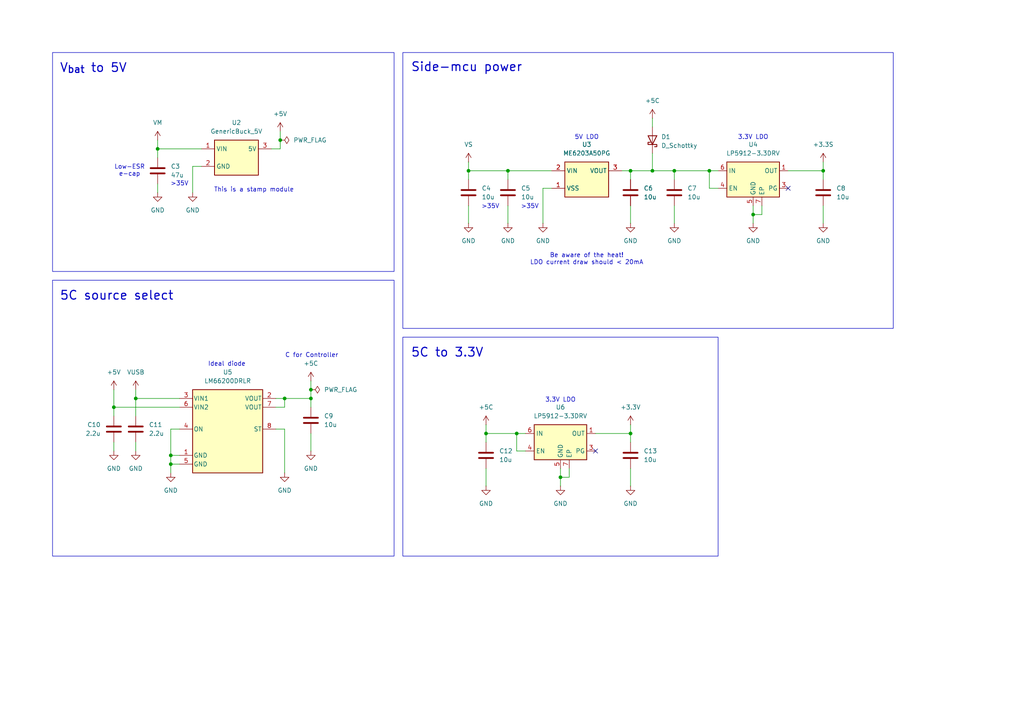
<source format=kicad_sch>
(kicad_sch (version 20250114) (generator "eeschema") (generator_version "9.0")
  (paper "A4")
  (lib_symbols
    (symbol "Device:C" (pin_numbers (hide yes)) (pin_names (offset 0.254))
      (property "Reference" "C" (at 0.635 2.54 0))
      (property "Value" "C" (at 0.635 -2.54 0))
      (symbol "C_0_1"
        (polyline (pts (xy -2.032 0.762) (xy 2.032 0.762)) (stroke (width 0.508)))
        (polyline (pts (xy -2.032 -0.762) (xy 2.032 -0.762)) (stroke (width 0.508)))
      )
      (symbol "C_1_1"
        (pin passive line (at 0 3.81 270) (length 2.794) (name "~") (number "1"))
        (pin passive line (at 0 -3.81 90) (length 2.794) (name "~") (number "2"))
      )
    )
    (symbol "Device:D_Schottky" (pin_numbers (hide yes)) (pin_names (offset 1.016) (hide yes))
      (property "Reference" "D" (at 0 2.54 0))
      (property "Value" "D_Schottky" (at 0 -2.54 0))
      (symbol "D_Schottky_0_1"
        (polyline (pts (xy -1.905 0.635) (xy -1.905 1.27) (xy -1.27 1.27) (xy -1.27 -1.27) (xy -0.635 -1.27) (xy -0.635 -0.635)) (stroke (width 0.254)))
        (polyline (pts (xy 1.27 1.27) (xy 1.27 -1.27) (xy -1.27 0) (xy 1.27 1.27)) (stroke (width 0.254)))
        (polyline (pts (xy 1.27 0) (xy -1.27 0)))
      )
      (symbol "D_Schottky_1_1"
        (pin passive line (at -3.81 0 0) (length 2.54) (name "K") (number "1"))
        (pin passive line (at 3.81 0 180) (length 2.54) (name "A") (number "2"))
      )
    )
    (symbol "GenericBuck:GenericBuck_5V"
      (property "Reference" "U" (at 0 9.906 0))
      (property "Value" "GenericBuck_5V" (at 0 7.366 0))
      (symbol "GenericBuck_5V_1_1"
        (rectangle (start -6.35 5.08) (end 6.35 -5.08) (stroke (width 0.254)) (fill (type background)))
        (pin passive line (at -10.16 2.54 0) (length 3.81) (name "VIN") (number "1"))
        (pin passive line (at -10.16 -2.54 0) (length 3.81) (name "GND") (number "2"))
        (pin passive line (at 10.16 2.54 180) (length 3.81) (name "5V") (number "3"))
      )
    )
    (symbol "LM66200DRLR:LM66200DRLR" (pin_names (offset 0.254))
      (property "Reference" "U" (at 20.32 10.16 0))
      (property "Value" "LM66200DRLR" (at 20.32 7.62 0))
      (symbol "LM66200DRLR_1_1"
        (rectangle (start 10.16 5.08) (end 30.48 -19.05) (stroke (width 0.254)) (fill (type background)))
        (pin input line (at 6.35 2.54 0) (length 3.81) (name "VIN1") (number "3"))
        (pin input line (at 6.35 0 0) (length 3.81) (name "VIN2") (number "6"))
        (pin input line (at 6.35 -6.35 0) (length 3.81) (name "ON") (number "4"))
        (pin passive line (at 6.35 -13.97 0) (length 3.81) (name "GND") (number "1"))
        (pin passive line (at 6.35 -16.51 0) (length 3.81) (name "GND") (number "5"))
        (pin passive line (at 34.29 2.54 180) (length 3.81) (name "VOUT") (number "2"))
        (pin passive line (at 34.29 0 180) (length 3.81) (name "VOUT") (number "7"))
        (pin passive line (at 34.29 -6.35 180) (length 3.81) (name "ST") (number "8"))
      )
    )
    (symbol "ME6203:ME6203A50PG"
      (property "Reference" "U" (at 0 6.858 0))
      (property "Value" "ME6203A50PG" (at 0 9.144 0))
      (symbol "ME6203A50PG_1_1"
        (rectangle (start -6.35 5.08) (end 6.35 -5.08) (stroke (width 0.254)) (fill (type background)))
        (pin power_in line (at -10.16 2.54 0) (length 3.81) (name "VIN") (number "2"))
        (pin power_in line (at -10.16 -2.54 0) (length 3.81) (name "VSS") (number "1"))
        (pin power_out line (at 10.16 2.54 180) (length 3.81) (name "VOUT") (number "3"))
      )
    )
    (symbol "Regulator_Linear:LP5912-3.3DRV"
      (property "Reference" "U" (at -3.81 6.35 0))
      (property "Value" "LP5912-3.3DRV" (at 6.35 6.35 0))
      (symbol "LP5912-3.3DRV_0_1"
        (rectangle (start -7.62 -5.08) (end 7.62 5.08) (stroke (width 0.254)) (fill (type background)))
        (pin power_in line (at -10.16 2.54 0) (length 2.54) (name "IN") (number "6"))
        (pin input line (at -10.16 -2.54 0) (length 2.54) (name "EN") (number "4"))
        (pin power_in line (at 0 -7.62 90) (length 2.54) (name "GND") (number "5"))
        (pin no_connect line (at 7.62 0 180) (length 2.54) (hide yes) (name "NC") (number "2"))
        (pin power_out line (at 10.16 2.54 180) (length 2.54) (name "OUT") (number "1"))
      )
      (symbol "LP5912-3.3DRV_1_1"
        (pin passive line (at 2.54 -7.62 90) (length 2.54) (name "EP") (number "7"))
        (pin open_collector line (at 10.16 -2.54 180) (length 2.54) (name "PG") (number "3"))
      )
    )
    (symbol "power:+3.3V" (power) (pin_numbers (hide yes)) (pin_names (offset 0) (hide yes))
      (property "Value" "+3.3V" (at 0 3.556 0))
      (symbol "+3.3V_0_1"
        (polyline (pts (xy -0.762 1.27) (xy 0 2.54)))
        (polyline (pts (xy 0 2.54) (xy 0.762 1.27)))
        (polyline (pts (xy 0 0) (xy 0 2.54)))
      )
      (symbol "+3.3V_1_1"
        (pin power_in line (at 0 0 90) (length 0) (name "~") (number "1"))
      )
    )
    (symbol "power:+5V" (power) (pin_numbers (hide yes)) (pin_names (offset 0) (hide yes))
      (property "Value" "+5V" (at 0 3.556 0))
      (symbol "+5V_0_1"
        (polyline (pts (xy -0.762 1.27) (xy 0 2.54)))
        (polyline (pts (xy 0 2.54) (xy 0.762 1.27)))
        (polyline (pts (xy 0 0) (xy 0 2.54)))
      )
      (symbol "+5V_1_1"
        (pin power_in line (at 0 0 90) (length 0) (name "~") (number "1"))
      )
    )
    (symbol "power:GND" (power) (pin_numbers (hide yes)) (pin_names (offset 0) (hide yes))
      (property "Value" "GND" (at 0 -3.81 0))
      (symbol "GND_0_1"
        (polyline (pts (xy 0 0) (xy 0 -1.27) (xy 1.27 -1.27) (xy 0 -2.54) (xy -1.27 -1.27) (xy 0 -1.27)))
      )
      (symbol "GND_1_1"
        (pin power_in line (at 0 0 270) (length 0) (name "~") (number "1"))
      )
    )
    (symbol "power:PWR_FLAG" (power) (pin_numbers (hide yes)) (pin_names (offset 0) (hide yes))
      (property "Value" "PWR_FLAG" (at 0 3.81 0))
      (symbol "PWR_FLAG_0_0"
        (pin power_out line (at 0 0 90) (length 0) (name "~") (number "1"))
      )
      (symbol "PWR_FLAG_0_1"
        (polyline (pts (xy 0 0) (xy 0 1.27) (xy -1.016 1.905) (xy 0 2.54) (xy 1.016 1.905) (xy 0 1.27)))
      )
    )
    (symbol "power:VBUS" (power) (pin_numbers (hide yes)) (pin_names (offset 0) (hide yes))
      (property "Value" "VBUS" (at 0 3.556 0))
      (symbol "VBUS_0_1"
        (polyline (pts (xy -0.762 1.27) (xy 0 2.54)))
        (polyline (pts (xy 0 2.54) (xy 0.762 1.27)))
        (polyline (pts (xy 0 0) (xy 0 2.54)))
      )
      (symbol "VBUS_1_1"
        (pin power_in line (at 0 0 90) (length 0) (name "~") (number "1"))
      )
    )
  )
  (rectangle (start 15.24 15.24) (end 114.3 78.74))
  (rectangle (start 116.84 97.79) (end 208.28 161.29))
  (rectangle (start 15.24 81.28) (end 114.3 161.29))
  (rectangle (start 116.84 15.24) (end 259.08 95.25))
  (text ">35V" (at 153.67 59.944 0) (effects (font (size 1.27 1.27))))
  (text "Low-ESR\ne-cap" (at 37.592 49.53 0) (effects (font (size 1.27 1.27))))
  (text "Side-mcu power" (at 119.126 19.558 0) (effects (font (size 2.54 2.54) (thickness 0.3175)) (justify left)))
  (text "Be aware of the heat!\nLDO current draw should < 20mA" (at 170.18 75.184 0) (effects (font (size 1.27 1.27))))
  (text "3.3V LDO" (at 162.56 116.078 0) (effects (font (size 1.27 1.27))))
  (text ">35V" (at 52.07 53.34 0) (effects (font (size 1.27 1.27))))
  (text "3.3V LDO" (at 218.44 39.878 0) (effects (font (size 1.27 1.27))))
  (text "This is a stamp module" (at 73.66 55.118 0) (effects (font (size 1.27 1.27))))
  (text ">35V" (at 142.24 59.944 0) (effects (font (size 1.27 1.27))))
  (text "5C source select" (at 17.272 85.852 0) (effects (font (size 2.54 2.54) (thickness 0.3175)) (justify left)))
  (text "C for Controller" (at 90.424 103.124 0) (effects (font (size 1.27 1.27))))
  (text "5V LDO" (at 170.18 39.878 0) (effects (font (size 1.27 1.27))))
  (text "Ideal diode" (at 65.786 105.664 0) (effects (font (size 1.27 1.27))))
  (text "V_{bat} to 5V" (at 17.272 19.812 0) (effects (font (size 2.54 2.54) (thickness 0.3175)) (justify left)))
  (text "5C to 3.3V" (at 119.126 102.362 0) (effects (font (size 2.54 2.54) (thickness 0.3175)) (justify left)))
  (junction (at 45.72 43.18))
  (junction (at 149.86 125.73))
  (junction (at 135.89 49.53))
  (junction (at 90.17 115.57))
  (junction (at 162.56 138.43))
  (junction (at 140.97 125.73))
  (junction (at 49.53 132.08))
  (junction (at 238.76 49.53))
  (junction (at 81.28 40.64))
  (junction (at 39.37 115.57))
  (junction (at 195.58 49.53))
  (junction (at 33.02 118.11))
  (junction (at 189.23 49.53))
  (junction (at 90.17 113.03))
  (junction (at 205.74 49.53))
  (junction (at 49.53 134.62))
  (junction (at 82.55 115.57))
  (junction (at 182.88 125.73))
  (junction (at 218.44 62.23))
  (junction (at 147.32 49.53))
  (junction (at 182.88 49.53))
  (no_connect (at 172.72 130.81))
  (no_connect (at 228.6 54.61))
  (wire (pts (xy 90.17 115.57) (xy 90.17 118.11)))
  (wire (pts (xy 218.44 62.23) (xy 218.44 64.77)))
  (wire (pts (xy 147.32 49.53) (xy 160.02 49.53)))
  (wire (pts (xy 135.89 59.69) (xy 135.89 64.77)))
  (wire (pts (xy 189.23 44.45) (xy 189.23 49.53)))
  (wire (pts (xy 39.37 115.57) (xy 52.07 115.57)))
  (wire (pts (xy 182.88 59.69) (xy 182.88 64.77)))
  (wire (pts (xy 182.88 49.53) (xy 189.23 49.53)))
  (wire (pts (xy 55.88 48.26) (xy 55.88 55.88)))
  (wire (pts (xy 220.98 59.69) (xy 220.98 62.23)))
  (wire (pts (xy 182.88 135.89) (xy 182.88 140.97)))
  (wire (pts (xy 218.44 59.69) (xy 218.44 62.23)))
  (wire (pts (xy 140.97 123.19) (xy 140.97 125.73)))
  (wire (pts (xy 81.28 40.64) (xy 81.28 43.18)))
  (wire (pts (xy 205.74 54.61) (xy 205.74 49.53)))
  (wire (pts (xy 33.02 113.03) (xy 33.02 118.11)))
  (wire (pts (xy 189.23 34.29) (xy 189.23 36.83)))
  (wire (pts (xy 157.48 54.61) (xy 157.48 64.77)))
  (wire (pts (xy 81.28 38.1) (xy 81.28 40.64)))
  (wire (pts (xy 189.23 49.53) (xy 195.58 49.53)))
  (wire (pts (xy 182.88 125.73) (xy 172.72 125.73)))
  (wire (pts (xy 182.88 123.19) (xy 182.88 125.73)))
  (wire (pts (xy 149.86 130.81) (xy 149.86 125.73)))
  (wire (pts (xy 195.58 49.53) (xy 205.74 49.53)))
  (wire (pts (xy 140.97 125.73) (xy 149.86 125.73)))
  (wire (pts (xy 80.01 118.11) (xy 82.55 118.11)))
  (wire (pts (xy 140.97 135.89) (xy 140.97 140.97)))
  (wire (pts (xy 238.76 49.53) (xy 238.76 52.07)))
  (wire (pts (xy 182.88 125.73) (xy 182.88 128.27)))
  (wire (pts (xy 238.76 59.69) (xy 238.76 64.77)))
  (wire (pts (xy 147.32 52.07) (xy 147.32 49.53)))
  (wire (pts (xy 238.76 46.99) (xy 238.76 49.53)))
  (wire (pts (xy 39.37 115.57) (xy 39.37 120.65)))
  (wire (pts (xy 82.55 115.57) (xy 90.17 115.57)))
  (wire (pts (xy 45.72 43.18) (xy 58.42 43.18)))
  (wire (pts (xy 162.56 138.43) (xy 162.56 140.97)))
  (wire (pts (xy 135.89 46.99) (xy 135.89 49.53)))
  (wire (pts (xy 45.72 53.34) (xy 45.72 55.88)))
  (wire (pts (xy 205.74 49.53) (xy 208.28 49.53)))
  (wire (pts (xy 195.58 59.69) (xy 195.58 64.77)))
  (wire (pts (xy 208.28 54.61) (xy 205.74 54.61)))
  (wire (pts (xy 55.88 48.26) (xy 58.42 48.26)))
  (wire (pts (xy 81.28 43.18) (xy 78.74 43.18)))
  (wire (pts (xy 149.86 125.73) (xy 152.4 125.73)))
  (wire (pts (xy 49.53 124.46) (xy 52.07 124.46)))
  (wire (pts (xy 165.1 135.89) (xy 165.1 138.43)))
  (wire (pts (xy 80.01 115.57) (xy 82.55 115.57)))
  (wire (pts (xy 39.37 113.03) (xy 39.37 115.57)))
  (wire (pts (xy 33.02 118.11) (xy 33.02 120.65)))
  (wire (pts (xy 82.55 124.46) (xy 82.55 137.16)))
  (wire (pts (xy 140.97 125.73) (xy 140.97 128.27)))
  (wire (pts (xy 160.02 54.61) (xy 157.48 54.61)))
  (wire (pts (xy 135.89 49.53) (xy 135.89 52.07)))
  (wire (pts (xy 39.37 128.27) (xy 39.37 130.81)))
  (wire (pts (xy 238.76 49.53) (xy 228.6 49.53)))
  (wire (pts (xy 182.88 49.53) (xy 182.88 52.07)))
  (wire (pts (xy 90.17 125.73) (xy 90.17 130.81)))
  (wire (pts (xy 147.32 59.69) (xy 147.32 64.77)))
  (wire (pts (xy 49.53 134.62) (xy 49.53 137.16)))
  (wire (pts (xy 165.1 138.43) (xy 162.56 138.43)))
  (wire (pts (xy 90.17 113.03) (xy 90.17 115.57)))
  (wire (pts (xy 135.89 49.53) (xy 147.32 49.53)))
  (wire (pts (xy 33.02 128.27) (xy 33.02 130.81)))
  (wire (pts (xy 33.02 118.11) (xy 52.07 118.11)))
  (wire (pts (xy 52.07 132.08) (xy 49.53 132.08)))
  (wire (pts (xy 162.56 135.89) (xy 162.56 138.43)))
  (wire (pts (xy 82.55 115.57) (xy 82.55 118.11)))
  (wire (pts (xy 80.01 124.46) (xy 82.55 124.46)))
  (wire (pts (xy 195.58 49.53) (xy 195.58 52.07)))
  (wire (pts (xy 49.53 134.62) (xy 52.07 134.62)))
  (wire (pts (xy 45.72 43.18) (xy 45.72 45.72)))
  (wire (pts (xy 180.34 49.53) (xy 182.88 49.53)))
  (wire (pts (xy 45.72 40.64) (xy 45.72 43.18)))
  (wire (pts (xy 49.53 132.08) (xy 49.53 124.46)))
  (wire (pts (xy 90.17 110.49) (xy 90.17 113.03)))
  (wire (pts (xy 220.98 62.23) (xy 218.44 62.23)))
  (wire (pts (xy 152.4 130.81) (xy 149.86 130.81)))
  (wire (pts (xy 49.53 132.08) (xy 49.53 134.62)))
  (symbol (lib_id "Device:C") (at 90.17 121.92 0) (unit 1)
    (property "Reference" "C9" (at 93.98 120.6499 0) (effects (justify left)))
    (property "Value" "10u" (at 93.98 123.1899 0) (effects (justify left)))
    (property "Footprint" "Capacitor_SMD:C_0603_1608Metric" (effects (hide yes)))
    (property "Description" "Unpolarized capacitor" (effects (hide yes)))
  )
  (symbol (lib_id "power:+5V") (at 81.28 38.1 0) (unit 1)
    (property "Reference" "#PWR010" (effects (hide yes)))
    (property "Value" "+5V" (at 81.28 33.02 0))
    (property "Description" "Power symbol creates a global label with name \"+5V\"" (effects (hide yes)))
  )
  (symbol (lib_id "power:+5V") (at 45.72 40.64 0) (mirror y) (unit 1)
    (property "Reference" "#PWR011" (effects (hide yes)))
    (property "Value" "VM" (at 45.72 35.56 0))
    (property "Description" "Power symbol creates a global label with name \"+5V\"" (effects (hide yes)))
  )
  (symbol (lib_id "power:+5V") (at 33.02 113.03 0) (unit 1)
    (property "Reference" "#PWR024" (effects (hide yes)))
    (property "Value" "+5V" (at 33.02 107.95 0))
    (property "Description" "Power symbol creates a global label with name \"+5V\"" (effects (hide yes)))
  )
  (symbol (lib_id "power:GND") (at 157.48 64.77 0) (unit 1)
    (property "Reference" "#PWR018" (effects (hide yes)))
    (property "Value" "GND" (at 157.48 69.85 0))
    (property "Description" "Power symbol creates a global label with name \"GND\" , ground" (effects (hide yes)))
  )
  (symbol (lib_id "power:GND") (at 182.88 64.77 0) (unit 1)
    (property "Reference" "#PWR019" (effects (hide yes)))
    (property "Value" "GND" (at 182.88 69.85 0))
    (property "Description" "Power symbol creates a global label with name \"GND\" , ground" (effects (hide yes)))
  )
  (symbol (lib_id "power:GND") (at 195.58 64.77 0) (unit 1)
    (property "Reference" "#PWR020" (effects (hide yes)))
    (property "Value" "GND" (at 195.58 69.85 0))
    (property "Description" "Power symbol creates a global label with name \"GND\" , ground" (effects (hide yes)))
  )
  (symbol (lib_id "power:GND") (at 82.55 137.16 0) (unit 1)
    (property "Reference" "#PWR032" (effects (hide yes)))
    (property "Value" "GND" (at 82.55 142.24 0))
    (property "Description" "Power symbol creates a global label with name \"GND\" , ground" (effects (hide yes)))
  )
  (symbol (lib_id "power:+3.3V") (at 238.76 46.99 0) (unit 1)
    (property "Reference" "#PWR013" (effects (hide yes)))
    (property "Value" "+3.3S" (at 238.76 41.91 0))
    (property "Description" "Power symbol creates a global label with name \"+3.3V\"" (effects (hide yes)))
  )
  (symbol (lib_id "power:GND") (at 39.37 130.81 0) (unit 1)
    (property "Reference" "#PWR029" (effects (hide yes)))
    (property "Value" "GND" (at 39.37 135.89 0))
    (property "Description" "Power symbol creates a global label with name \"GND\" , ground" (effects (hide yes)))
  )
  (symbol (lib_id "power:+5V") (at 135.89 46.99 0) (mirror y) (unit 1)
    (property "Reference" "#PWR012" (effects (hide yes)))
    (property "Value" "VS" (at 135.89 41.91 0))
    (property "Description" "Power symbol creates a global label with name \"+5V\"" (effects (hide yes)))
  )
  (symbol (lib_id "power:GND") (at 218.44 64.77 0) (unit 1)
    (property "Reference" "#PWR021" (effects (hide yes)))
    (property "Value" "GND" (at 218.44 69.85 0))
    (property "Description" "Power symbol creates a global label with name \"GND\" , ground" (effects (hide yes)))
  )
  (symbol (lib_id "Device:C") (at 39.37 124.46 0) (unit 1)
    (property "Reference" "C11" (at 43.18 123.1899 0) (effects (justify left)))
    (property "Value" "2.2u" (at 43.18 125.7299 0) (effects (justify left)))
    (property "Footprint" "Capacitor_SMD:C_0603_1608Metric" (effects (hide yes)))
    (property "Description" "Unpolarized capacitor" (effects (hide yes)))
  )
  (symbol (lib_id "Device:C") (at 45.72 49.53 0) (unit 1)
    (property "Reference" "C3" (at 49.53 48.2599 0) (effects (justify left)))
    (property "Value" "47u" (at 49.53 50.7999 0) (effects (justify left)))
    (property "Footprint" "Capacitor_SMD:CP_Elec_6.3x5.8" (effects (hide yes)))
    (property "Description" "Unpolarized capacitor" (effects (hide yes)))
  )
  (symbol (lib_id "power:GND") (at 162.56 140.97 0) (unit 1)
    (property "Reference" "#PWR034" (effects (hide yes)))
    (property "Value" "GND" (at 162.56 146.05 0))
    (property "Description" "Power symbol creates a global label with name \"GND\" , ground" (effects (hide yes)))
  )
  (symbol (lib_id "power:VBUS") (at 189.23 34.29 0) (unit 1)
    (property "Reference" "#PWR09" (effects (hide yes)))
    (property "Value" "+5C" (at 189.23 29.21 0))
    (property "Description" "Power symbol creates a global label with name \"VBUS\"" (effects (hide yes)))
  )
  (symbol (lib_id "power:VBUS") (at 39.37 113.03 0) (unit 1)
    (property "Reference" "#PWR025" (effects (hide yes)))
    (property "Value" "VUSB" (at 39.37 107.95 0))
    (property "Description" "Power symbol creates a global label with name \"VBUS\"" (effects (hide yes)))
  )
  (symbol (lib_id "power:GND") (at 182.88 140.97 0) (unit 1)
    (property "Reference" "#PWR035" (effects (hide yes)))
    (property "Value" "GND" (at 182.88 146.05 0))
    (property "Description" "Power symbol creates a global label with name \"GND\" , ground" (effects (hide yes)))
  )
  (symbol (lib_id "Device:C") (at 147.32 55.88 0) (unit 1)
    (property "Reference" "C5" (at 151.13 54.6099 0) (effects (justify left)))
    (property "Value" "10u" (at 151.13 57.1499 0) (effects (justify left)))
    (property "Footprint" "Capacitor_SMD:C_0603_1608Metric" (effects (hide yes)))
    (property "Description" "Unpolarized capacitor" (effects (hide yes)))
  )
  (symbol (lib_id "LM66200DRLR:LM66200DRLR") (at 45.72 118.11 0) (unit 1)
    (property "Reference" "U5" (at 66.04 107.95 0))
    (property "Value" "LM66200DRLR" (at 66.04 110.49 0))
    (property "Footprint" "Package_TO_SOT_SMD:SOT-583-8" (effects (hide yes)))
    (property "Datasheet" "LM66200DRLR" (effects (hide yes)))
  )
  (symbol (lib_id "Device:C") (at 182.88 55.88 0) (unit 1)
    (property "Reference" "C6" (at 186.69 54.6099 0) (effects (justify left)))
    (property "Value" "10u" (at 186.69 57.1499 0) (effects (justify left)))
    (property "Footprint" "Capacitor_SMD:C_0603_1608Metric" (effects (hide yes)))
    (property "Description" "Unpolarized capacitor" (effects (hide yes)))
  )
  (symbol (lib_id "Device:C") (at 33.02 124.46 0) (mirror y) (unit 1)
    (property "Reference" "C10" (at 29.21 123.1899 0) (effects (justify left)))
    (property "Value" "2.2u" (at 29.21 125.7299 0) (effects (justify left)))
    (property "Footprint" "Capacitor_SMD:C_0603_1608Metric" (effects (hide yes)))
    (property "Description" "Unpolarized capacitor" (effects (hide yes)))
  )
  (symbol (lib_id "Device:C") (at 238.76 55.88 0) (unit 1)
    (property "Reference" "C8" (at 242.57 54.6099 0) (effects (justify left)))
    (property "Value" "10u" (at 242.57 57.1499 0) (effects (justify left)))
    (property "Footprint" "Capacitor_SMD:C_0603_1608Metric" (effects (hide yes)))
    (property "Description" "Unpolarized capacitor" (effects (hide yes)))
  )
  (symbol (lib_id "Device:C") (at 195.58 55.88 0) (unit 1)
    (property "Reference" "C7" (at 199.39 54.6099 0) (effects (justify left)))
    (property "Value" "10u" (at 199.39 57.1499 0) (effects (justify left)))
    (property "Footprint" "Capacitor_SMD:C_0603_1608Metric" (effects (hide yes)))
    (property "Description" "Unpolarized capacitor" (effects (hide yes)))
  )
  (symbol (lib_id "power:GND") (at 45.72 55.88 0) (unit 1)
    (property "Reference" "#PWR014" (effects (hide yes)))
    (property "Value" "GND" (at 45.72 60.96 0))
    (property "Description" "Power symbol creates a global label with name \"GND\" , ground" (effects (hide yes)))
  )
  (symbol (lib_id "power:VBUS") (at 140.97 123.19 0) (unit 1)
    (property "Reference" "#PWR026" (effects (hide yes)))
    (property "Value" "+5C" (at 140.97 118.11 0))
    (property "Description" "Power symbol creates a global label with name \"VBUS\"" (effects (hide yes)))
  )
  (symbol (lib_id "Regulator_Linear:LP5912-3.3DRV") (at 218.44 52.07 0) (unit 1)
    (property "Reference" "U4" (at 218.44 41.91 0))
    (property "Value" "LP5912-3.3DRV" (at 218.44 44.45 0))
    (property "Footprint" "Package_SON:WSON-6-1EP_2x2mm_P0.65mm_EP1x1.6mm_ThermalVias" (effects (hide yes)))
    (property "Datasheet" "http://www.ti.com/lit/ds/symlink/lp5912.pdf" (effects (hide yes)))
    (property "Description" "500-mA Ultra-Low-Noise Low-IQ LDO, 3.3V, WSON-6" (effects (hide yes)))
  )
  (symbol (lib_id "power:GND") (at 147.32 64.77 0) (unit 1)
    (property "Reference" "#PWR017" (effects (hide yes)))
    (property "Value" "GND" (at 147.32 69.85 0))
    (property "Description" "Power symbol creates a global label with name \"GND\" , ground" (effects (hide yes)))
  )
  (symbol (lib_id "power:GND") (at 33.02 130.81 0) (unit 1)
    (property "Reference" "#PWR028" (effects (hide yes)))
    (property "Value" "GND" (at 33.02 135.89 0))
    (property "Description" "Power symbol creates a global label with name \"GND\" , ground" (effects (hide yes)))
  )
  (symbol (lib_id "Device:D_Schottky") (at 189.23 40.64 270) (mirror x) (unit 1)
    (property "Reference" "D1" (at 191.77 39.6874 90) (effects (justify left)))
    (property "Value" "D_Schottky" (at 191.77 42.2274 90) (effects (justify left)))
    (property "Footprint" "Diode_SMD:D_SOD-523" (effects (hide yes)))
    (property "Description" "Schottky diode" (effects (hide yes)))
  )
  (symbol (lib_id "ME6203:ME6203A50PG") (at 170.18 52.07 0) (unit 1)
    (property "Reference" "U3" (at 170.18 41.91 0))
    (property "Value" "ME6203A50PG" (at 170.18 44.45 0))
    (property "Footprint" "Package_TO_SOT_SMD:SOT-89-3" (effects (hide yes)))
    (property "Description" "100mA low dropout linear regulator, 30V max input voltage, 5V fixed positive output, PSRR 40dB at 1kHz, SOT-89" (effects (hide yes)))
  )
  (symbol (lib_id "power:+3.3V") (at 182.88 123.19 0) (unit 1)
    (property "Reference" "#PWR027" (effects (hide yes)))
    (property "Value" "+3.3V" (at 182.88 118.11 0))
    (property "Description" "Power symbol creates a global label with name \"+3.3V\"" (effects (hide yes)))
  )
  (symbol (lib_id "Device:C") (at 182.88 132.08 0) (unit 1)
    (property "Reference" "C13" (at 186.69 130.8099 0) (effects (justify left)))
    (property "Value" "10u" (at 186.69 133.3499 0) (effects (justify left)))
    (property "Footprint" "Capacitor_SMD:C_0603_1608Metric" (effects (hide yes)))
    (property "Description" "Unpolarized capacitor" (effects (hide yes)))
  )
  (symbol (lib_id "power:VBUS") (at 90.17 110.49 0) (unit 1)
    (property "Reference" "#PWR023" (effects (hide yes)))
    (property "Value" "+5C" (at 90.17 105.41 0))
    (property "Description" "Power symbol creates a global label with name \"VBUS\"" (effects (hide yes)))
  )
  (symbol (lib_id "Device:C") (at 135.89 55.88 0) (unit 1)
    (property "Reference" "C4" (at 139.7 54.6099 0) (effects (justify left)))
    (property "Value" "10u" (at 139.7 57.1499 0) (effects (justify left)))
    (property "Footprint" "Capacitor_SMD:C_0603_1608Metric" (effects (hide yes)))
    (property "Description" "Unpolarized capacitor" (effects (hide yes)))
  )
  (symbol (lib_id "GenericBuck:GenericBuck_5V") (at 68.58 45.72 0) (unit 1)
    (property "Reference" "U2" (at 68.58 35.56 0))
    (property "Value" "GenericBuck_5V" (at 68.58 38.1 0))
    (property "Footprint" "MP4462BuckModule_TaoBao_20x17:MP4462BuckModule_TaoBao_20x17" (effects (hide yes)))
  )
  (symbol (lib_id "power:GND") (at 238.76 64.77 0) (unit 1)
    (property "Reference" "#PWR022" (effects (hide yes)))
    (property "Value" "GND" (at 238.76 69.85 0))
    (property "Description" "Power symbol creates a global label with name \"GND\" , ground" (effects (hide yes)))
  )
  (symbol (lib_id "power:GND") (at 55.88 55.88 0) (unit 1)
    (property "Reference" "#PWR015" (effects (hide yes)))
    (property "Value" "GND" (at 55.88 60.96 0))
    (property "Description" "Power symbol creates a global label with name \"GND\" , ground" (effects (hide yes)))
  )
  (symbol (lib_id "power:GND") (at 49.53 137.16 0) (unit 1)
    (property "Reference" "#PWR031" (effects (hide yes)))
    (property "Value" "GND" (at 49.53 142.24 0))
    (property "Description" "Power symbol creates a global label with name \"GND\" , ground" (effects (hide yes)))
  )
  (symbol (lib_id "power:PWR_FLAG") (at 81.28 40.64 270) (unit 1)
    (property "Reference" "#FLG04" (effects (hide yes)))
    (property "Value" "PWR_FLAG" (at 85.09 40.6399 90) (effects (justify left)))
    (property "Description" "Special symbol for telling ERC where power comes from" (effects (hide yes)))
  )
  (symbol (lib_id "power:GND") (at 135.89 64.77 0) (unit 1)
    (property "Reference" "#PWR016" (effects (hide yes)))
    (property "Value" "GND" (at 135.89 69.85 0))
    (property "Description" "Power symbol creates a global label with name \"GND\" , ground" (effects (hide yes)))
  )
  (symbol (lib_id "power:GND") (at 90.17 130.81 0) (mirror y) (unit 1)
    (property "Reference" "#PWR030" (effects (hide yes)))
    (property "Value" "GND" (at 90.17 135.89 0))
    (property "Description" "Power symbol creates a global label with name \"GND\" , ground" (effects (hide yes)))
  )
  (symbol (lib_id "Device:C") (at 140.97 132.08 0) (unit 1)
    (property "Reference" "C12" (at 144.78 130.8099 0) (effects (justify left)))
    (property "Value" "10u" (at 144.78 133.3499 0) (effects (justify left)))
    (property "Footprint" "Capacitor_SMD:C_0603_1608Metric" (effects (hide yes)))
    (property "Description" "Unpolarized capacitor" (effects (hide yes)))
  )
  (symbol (lib_id "power:GND") (at 140.97 140.97 0) (unit 1)
    (property "Reference" "#PWR033" (effects (hide yes)))
    (property "Value" "GND" (at 140.97 146.05 0))
    (property "Description" "Power symbol creates a global label with name \"GND\" , ground" (effects (hide yes)))
  )
  (symbol (lib_id "power:PWR_FLAG") (at 90.17 113.03 270) (unit 1)
    (property "Reference" "#FLG05" (effects (hide yes)))
    (property "Value" "PWR_FLAG" (at 93.98 113.0299 90) (effects (justify left)))
    (property "Description" "Special symbol for telling ERC where power comes from" (effects (hide yes)))
  )
  (symbol (lib_id "Regulator_Linear:LP5912-3.3DRV") (at 162.56 128.27 0) (unit 1)
    (property "Reference" "U6" (at 162.56 118.11 0))
    (property "Value" "LP5912-3.3DRV" (at 162.56 120.65 0))
    (property "Footprint" "Package_SON:WSON-6-1EP_2x2mm_P0.65mm_EP1x1.6mm_ThermalVias" (effects (hide yes)))
    (property "Datasheet" "http://www.ti.com/lit/ds/symlink/lp5912.pdf" (effects (hide yes)))
    (property "Description" "500-mA Ultra-Low-Noise Low-IQ LDO, 3.3V, WSON-6" (effects (hide yes)))
  )
)
</source>
